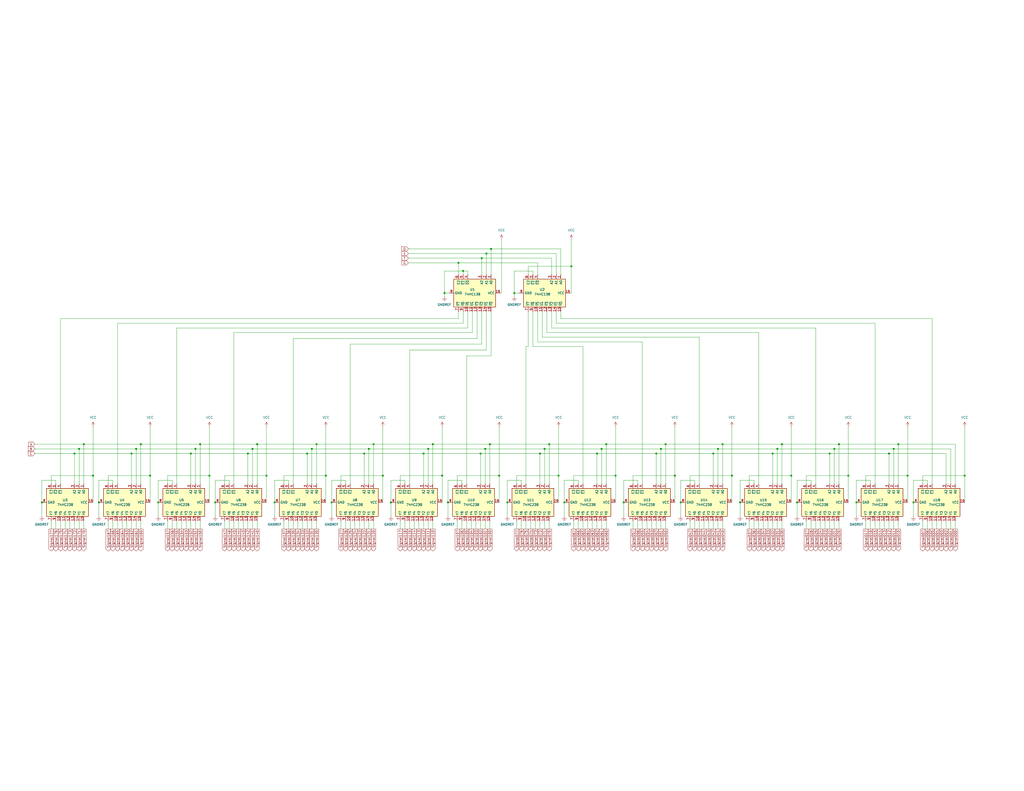
<source format=kicad_sch>
(kicad_sch (version 20230121) (generator eeschema)
  (paper "C")
  (junction (at 81.915 259.715))
  (junction (at 149.86 274.32))
  (junction (at 297.18 245.11))
  (junction (at 307.975 274.32))
  (junction (at 170.18 245.11))
  (junction (at 498.475 274.32))
  (junction (at 135.255 247.65))
  (junction (at 117.475 274.32))
  (junction (at 43.18 245.11))
  (junction (at 71.755 247.65))
  (junction (at 264.795 245.11))
  (junction (at 76.835 242.57))
  (junction (at 426.72 242.57))
  (junction (at 252.73 147.955))
  (junction (at 265.43 138.43))
  (junction (at 272.415 259.715))
  (junction (at 280.67 160.02))
  (junction (at 394.335 242.57))
  (junction (at 104.14 247.65))
  (junction (at 267.335 242.57))
  (junction (at 457.835 242.57))
  (junction (at 325.755 247.65))
  (junction (at 431.8 259.715))
  (junction (at 53.975 274.32))
  (junction (at 299.72 242.57))
  (junction (at 109.22 242.57))
  (junction (at 389.255 247.65))
  (junction (at 74.295 245.11))
  (junction (at 180.975 274.32))
  (junction (at 421.64 247.65))
  (junction (at 231.14 247.65))
  (junction (at 391.795 245.11))
  (junction (at 487.68 245.11))
  (junction (at 244.475 274.32))
  (junction (at 403.86 274.32))
  (junction (at 262.89 140.97))
  (junction (at 208.915 259.715))
  (junction (at 50.8 259.715))
  (junction (at 371.475 274.32))
  (junction (at 106.68 245.11))
  (junction (at 213.36 274.32))
  (junction (at 233.68 245.11))
  (junction (at 86.36 274.32))
  (junction (at 262.255 247.65))
  (junction (at 45.72 242.57))
  (junction (at 167.64 247.65))
  (junction (at 137.795 245.11))
  (junction (at 328.295 245.11))
  (junction (at 40.64 247.65))
  (junction (at 462.915 259.715))
  (junction (at 114.3 259.715))
  (junction (at 311.785 145.415))
  (junction (at 22.86 274.32))
  (junction (at 177.8 259.715))
  (junction (at 360.68 245.11))
  (junction (at 424.18 245.11))
  (junction (at 304.8 259.715))
  (junction (at 495.3 259.715))
  (junction (at 145.415 259.715))
  (junction (at 250.19 143.51))
  (junction (at 452.755 247.65))
  (junction (at 267.97 135.89))
  (junction (at 455.295 245.11))
  (junction (at 201.295 245.11))
  (junction (at 335.915 259.715))
  (junction (at 276.86 274.32))
  (junction (at 236.22 242.57))
  (junction (at 294.64 247.65))
  (junction (at 485.14 247.65))
  (junction (at 340.36 274.32))
  (junction (at 526.415 259.715))
  (junction (at 172.72 242.57))
  (junction (at 358.14 247.65))
  (junction (at 434.975 274.32))
  (junction (at 241.3 259.715))
  (junction (at 330.835 242.57))
  (junction (at 490.22 242.57))
  (junction (at 198.755 247.65))
  (junction (at 140.335 242.57))
  (junction (at 242.57 160.02))
  (junction (at 399.415 259.715))
  (junction (at 203.835 242.57))
  (junction (at 368.3 259.715))
  (junction (at 363.22 242.57))
  (junction (at 467.36 274.32))
  (wire (pts (xy 226.06 288.925) (xy 226.06 284.48)))
  (wire (pts (xy 172.72 242.57) (xy 203.835 242.57)))
  (wire (pts (xy 498.475 262.255) (xy 498.475 274.32)))
  (wire (pts (xy 231.14 247.65) (xy 262.255 247.65)))
  (wire (pts (xy 252.095 288.925) (xy 252.095 284.48)))
  (wire (pts (xy 201.295 288.925) (xy 201.295 284.48)))
  (wire (pts (xy 513.715 288.925) (xy 513.715 284.48)))
  (wire (pts (xy 255.27 170.18) (xy 255.27 179.07)))
  (wire (pts (xy 408.94 288.925) (xy 408.94 284.48)))
  (wire (pts (xy 421.64 247.65) (xy 452.755 247.65)))
  (wire (pts (xy 267.335 242.57) (xy 299.72 242.57)))
  (wire (pts (xy 472.44 288.925) (xy 472.44 284.48)))
  (wire (pts (xy 379.095 262.255) (xy 379.095 264.16)))
  (wire (pts (xy 222.885 140.97) (xy 262.89 140.97)))
  (wire (pts (xy 472.44 264.16) (xy 472.44 259.715)))
  (wire (pts (xy 170.18 264.16) (xy 170.18 245.11)))
  (wire (pts (xy 76.835 242.57) (xy 76.835 264.16)))
  (wire (pts (xy 81.915 259.715) (xy 81.915 274.32)))
  (wire (pts (xy 472.44 259.715) (xy 495.3 259.715)))
  (wire (pts (xy 19.05 247.65) (xy 40.64 247.65)))
  (wire (pts (xy 431.8 259.715) (xy 431.8 274.32)))
  (wire (pts (xy 252.73 147.955) (xy 252.73 149.86)))
  (wire (pts (xy 242.57 147.955) (xy 242.57 160.02)))
  (wire (pts (xy 516.255 288.925) (xy 516.255 284.48)))
  (wire (pts (xy 74.295 264.16) (xy 74.295 245.11)))
  (wire (pts (xy 347.98 262.255) (xy 347.98 264.16)))
  (wire (pts (xy 132.715 288.925) (xy 132.715 284.48)))
  (wire (pts (xy 167.64 264.16) (xy 167.64 247.65)))
  (wire (pts (xy 71.755 247.65) (xy 104.14 247.65)))
  (wire (pts (xy 325.755 247.65) (xy 358.14 247.65)))
  (wire (pts (xy 284.48 262.255) (xy 284.48 264.16)))
  (wire (pts (xy 191.135 187.96) (xy 191.135 264.16)))
  (wire (pts (xy 135.255 247.65) (xy 167.64 247.65)))
  (wire (pts (xy 297.18 245.11) (xy 328.295 245.11)))
  (wire (pts (xy 325.755 247.65) (xy 325.755 264.16)))
  (wire (pts (xy 447.675 288.925) (xy 447.675 284.48)))
  (wire (pts (xy 440.055 288.925) (xy 440.055 284.48)))
  (wire (pts (xy 495.3 259.715) (xy 495.3 274.32)))
  (wire (pts (xy 330.835 264.16) (xy 330.835 242.57)))
  (wire (pts (xy 457.835 242.57) (xy 457.835 264.16)))
  (wire (pts (xy 96.52 179.07) (xy 96.52 264.16)))
  (wire (pts (xy 426.72 242.57) (xy 457.835 242.57)))
  (wire (pts (xy 50.8 259.715) (xy 50.8 274.32)))
  (wire (pts (xy 384.175 288.925) (xy 384.175 284.48)))
  (wire (pts (xy 293.37 186.69) (xy 350.52 186.69)))
  (wire (pts (xy 360.68 264.16) (xy 360.68 245.11)))
  (wire (pts (xy 223.52 191.135) (xy 223.52 264.16)))
  (wire (pts (xy 267.97 170.18) (xy 267.97 194.31)))
  (wire (pts (xy 249.555 259.715) (xy 272.415 259.715)))
  (wire (pts (xy 33.02 288.925) (xy 33.02 284.48)))
  (wire (pts (xy 154.94 259.715) (xy 177.8 259.715)))
  (wire (pts (xy 38.1 288.925) (xy 38.1 284.48)))
  (wire (pts (xy 91.44 259.715) (xy 114.3 259.715)))
  (wire (pts (xy 303.53 176.53) (xy 477.52 176.53)))
  (wire (pts (xy 490.22 242.57) (xy 490.22 264.16)))
  (wire (pts (xy 350.52 288.925) (xy 350.52 284.48)))
  (wire (pts (xy 318.135 288.925) (xy 318.135 284.48)))
  (wire (pts (xy 298.45 181.61) (xy 414.02 181.61)))
  (wire (pts (xy 299.72 242.57) (xy 299.72 264.16)))
  (wire (pts (xy 35.56 288.925) (xy 35.56 284.48)))
  (wire (pts (xy 281.94 259.715) (xy 304.8 259.715)))
  (wire (pts (xy 114.3 233.045) (xy 114.3 259.715)))
  (wire (pts (xy 347.98 262.255) (xy 340.36 262.255)))
  (wire (pts (xy 180.975 274.32) (xy 180.975 281.94)))
  (wire (pts (xy 482.6 288.925) (xy 482.6 284.48)))
  (wire (pts (xy 33.02 173.99) (xy 33.02 264.16)))
  (wire (pts (xy 330.835 288.925) (xy 330.835 284.48)))
  (wire (pts (xy 213.36 274.32) (xy 213.36 281.94)))
  (wire (pts (xy 273.685 160.02) (xy 273.05 160.02)))
  (wire (pts (xy 297.18 264.16) (xy 297.18 245.11)))
  (wire (pts (xy 137.795 288.925) (xy 137.795 284.48)))
  (wire (pts (xy 300.99 170.18) (xy 300.99 179.07)))
  (wire (pts (xy 408.94 259.715) (xy 431.8 259.715)))
  (wire (pts (xy 457.835 242.57) (xy 490.22 242.57)))
  (wire (pts (xy 276.86 274.32) (xy 276.86 281.94)))
  (wire (pts (xy 394.335 264.16) (xy 394.335 242.57)))
  (wire (pts (xy 345.44 259.715) (xy 368.3 259.715)))
  (wire (pts (xy 487.68 245.11) (xy 518.795 245.11)))
  (wire (pts (xy 198.755 288.925) (xy 198.755 284.48)))
  (wire (pts (xy 30.48 262.255) (xy 22.86 262.255)))
  (wire (pts (xy 76.835 288.925) (xy 76.835 284.48)))
  (wire (pts (xy 431.8 233.045) (xy 431.8 259.715)))
  (wire (pts (xy 323.215 288.925) (xy 323.215 284.48)))
  (wire (pts (xy 290.83 189.23) (xy 318.135 189.23)))
  (wire (pts (xy 257.175 288.925) (xy 257.175 284.48)))
  (wire (pts (xy 255.27 149.86) (xy 255.27 147.955)))
  (wire (pts (xy 228.6 288.925) (xy 228.6 284.48)))
  (wire (pts (xy 43.18 245.11) (xy 74.295 245.11)))
  (wire (pts (xy 300.99 179.07) (xy 445.135 179.07)))
  (wire (pts (xy 262.89 187.96) (xy 191.135 187.96)))
  (wire (pts (xy 457.835 288.925) (xy 457.835 284.48)))
  (wire (pts (xy 262.89 149.86) (xy 262.89 140.97)))
  (wire (pts (xy 289.56 288.925) (xy 289.56 284.48)))
  (wire (pts (xy 262.255 264.16) (xy 262.255 247.65)))
  (wire (pts (xy 376.555 259.715) (xy 399.415 259.715)))
  (wire (pts (xy 157.48 262.255) (xy 157.48 264.16)))
  (wire (pts (xy 254.635 194.31) (xy 254.635 264.16)))
  (wire (pts (xy 307.975 262.255) (xy 307.975 274.32)))
  (wire (pts (xy 91.44 264.16) (xy 91.44 259.715)))
  (wire (pts (xy 262.255 288.925) (xy 262.255 284.48)))
  (wire (pts (xy 66.675 288.925) (xy 66.675 284.48)))
  (wire (pts (xy 193.675 288.925) (xy 193.675 284.48)))
  (wire (pts (xy 403.86 262.255) (xy 403.86 274.32)))
  (wire (pts (xy 345.44 288.925) (xy 345.44 284.48)))
  (wire (pts (xy 485.14 288.925) (xy 485.14 284.48)))
  (wire (pts (xy 455.295 245.11) (xy 455.295 264.16)))
  (wire (pts (xy 297.18 288.925) (xy 297.18 284.48)))
  (wire (pts (xy 440.055 259.715) (xy 462.915 259.715)))
  (wire (pts (xy 516.255 247.65) (xy 516.255 264.16)))
  (wire (pts (xy 300.99 140.97) (xy 300.99 149.86)))
  (wire (pts (xy 220.98 262.255) (xy 220.98 264.16)))
  (wire (pts (xy 313.055 264.16) (xy 313.055 259.715)))
  (wire (pts (xy 304.8 259.715) (xy 304.8 274.32)))
  (wire (pts (xy 295.91 184.15) (xy 381.635 184.15)))
  (wire (pts (xy 462.915 233.045) (xy 462.915 259.715)))
  (wire (pts (xy 503.555 259.715) (xy 526.415 259.715)))
  (wire (pts (xy 222.885 135.89) (xy 267.97 135.89)))
  (wire (pts (xy 265.43 170.18) (xy 265.43 191.135)))
  (wire (pts (xy 101.6 288.925) (xy 101.6 284.48)))
  (wire (pts (xy 424.18 245.11) (xy 455.295 245.11)))
  (wire (pts (xy 368.3 233.045) (xy 368.3 259.715)))
  (wire (pts (xy 180.975 262.255) (xy 180.975 274.32)))
  (wire (pts (xy 140.335 242.57) (xy 172.72 242.57)))
  (wire (pts (xy 399.415 233.045) (xy 399.415 259.715)))
  (wire (pts (xy 381.635 288.925) (xy 381.635 284.48)))
  (wire (pts (xy 22.86 262.255) (xy 22.86 274.32)))
  (wire (pts (xy 86.36 274.32) (xy 86.36 281.94)))
  (wire (pts (xy 53.975 262.255) (xy 53.975 274.32)))
  (wire (pts (xy 265.43 138.43) (xy 303.53 138.43)))
  (wire (pts (xy 233.68 245.11) (xy 264.795 245.11)))
  (wire (pts (xy 298.45 170.18) (xy 298.45 181.61)))
  (wire (pts (xy 345.44 264.16) (xy 345.44 259.715)))
  (wire (pts (xy 93.98 288.925) (xy 93.98 284.48)))
  (wire (pts (xy 371.475 262.255) (xy 371.475 274.32)))
  (wire (pts (xy 22.86 274.32) (xy 22.86 281.94)))
  (wire (pts (xy 71.755 247.65) (xy 71.755 264.16)))
  (wire (pts (xy 421.64 247.65) (xy 421.64 264.16)))
  (wire (pts (xy 43.18 288.925) (xy 43.18 284.48)))
  (wire (pts (xy 30.48 262.255) (xy 30.48 264.16)))
  (wire (pts (xy 306.07 173.99) (xy 508.635 173.99)))
  (wire (pts (xy 311.785 130.81) (xy 311.785 145.415)))
  (wire (pts (xy 265.43 149.86) (xy 265.43 138.43)))
  (wire (pts (xy 208.915 259.715) (xy 208.915 274.32)))
  (wire (pts (xy 480.06 288.925) (xy 480.06 284.48)))
  (wire (pts (xy 440.055 264.16) (xy 440.055 259.715)))
  (wire (pts (xy 170.18 245.11) (xy 201.295 245.11)))
  (wire (pts (xy 203.835 264.16) (xy 203.835 242.57)))
  (wire (pts (xy 328.295 245.11) (xy 328.295 264.16)))
  (wire (pts (xy 59.055 288.925) (xy 59.055 284.48)))
  (wire (pts (xy 59.055 259.715) (xy 81.915 259.715)))
  (wire (pts (xy 125.095 288.925) (xy 125.095 284.48)))
  (wire (pts (xy 424.18 245.11) (xy 424.18 264.16)))
  (wire (pts (xy 328.295 245.11) (xy 360.68 245.11)))
  (wire (pts (xy 244.475 274.32) (xy 244.475 281.94)))
  (wire (pts (xy 371.475 274.32) (xy 371.475 281.94)))
  (wire (pts (xy 242.57 160.02) (xy 242.57 161.925)))
  (wire (pts (xy 233.68 264.16) (xy 233.68 245.11)))
  (wire (pts (xy 125.095 262.255) (xy 125.095 264.16)))
  (wire (pts (xy 40.64 247.65) (xy 40.64 264.16)))
  (wire (pts (xy 376.555 288.925) (xy 376.555 284.48)))
  (wire (pts (xy 267.97 135.89) (xy 306.07 135.89)))
  (wire (pts (xy 117.475 274.32) (xy 117.475 281.94)))
  (wire (pts (xy 220.98 262.255) (xy 213.36 262.255)))
  (wire (pts (xy 140.335 288.925) (xy 140.335 284.48)))
  (wire (pts (xy 135.255 264.16) (xy 135.255 247.65)))
  (wire (pts (xy 518.795 288.925) (xy 518.795 284.48)))
  (wire (pts (xy 149.86 274.32) (xy 149.86 281.94)))
  (wire (pts (xy 485.14 247.65) (xy 516.255 247.65)))
  (wire (pts (xy 137.795 245.11) (xy 137.795 264.16)))
  (wire (pts (xy 27.94 259.715) (xy 50.8 259.715)))
  (wire (pts (xy 358.14 288.925) (xy 358.14 284.48)))
  (wire (pts (xy 474.98 288.925) (xy 474.98 284.48)))
  (wire (pts (xy 281.94 288.925) (xy 281.94 284.48)))
  (wire (pts (xy 290.83 170.18) (xy 290.83 189.23)))
  (wire (pts (xy 69.215 288.925) (xy 69.215 284.48)))
  (wire (pts (xy 236.22 288.925) (xy 236.22 284.48)))
  (wire (pts (xy 231.14 288.925) (xy 231.14 284.48)))
  (wire (pts (xy 162.56 288.925) (xy 162.56 284.48)))
  (wire (pts (xy 467.36 262.255) (xy 467.36 274.32)))
  (wire (pts (xy 452.755 264.16) (xy 452.755 247.65)))
  (wire (pts (xy 241.3 259.715) (xy 241.3 274.32)))
  (wire (pts (xy 288.29 189.23) (xy 287.02 189.23)))
  (wire (pts (xy 196.215 288.925) (xy 196.215 284.48)))
  (wire (pts (xy 320.675 288.925) (xy 320.675 284.48)))
  (wire (pts (xy 450.215 288.925) (xy 450.215 284.48)))
  (wire (pts (xy 252.095 262.255) (xy 252.095 264.16)))
  (wire (pts (xy 262.89 140.97) (xy 300.99 140.97)))
  (wire (pts (xy 267.97 149.86) (xy 267.97 135.89)))
  (wire (pts (xy 154.94 264.16) (xy 154.94 259.715)))
  (wire (pts (xy 474.98 262.255) (xy 474.98 264.16)))
  (wire (pts (xy 511.175 288.925) (xy 511.175 284.48)))
  (wire (pts (xy 273.685 130.81) (xy 273.685 160.02)))
  (wire (pts (xy 280.67 160.02) (xy 280.67 161.925)))
  (wire (pts (xy 363.22 264.16) (xy 363.22 242.57)))
  (wire (pts (xy 231.14 264.16) (xy 231.14 247.65)))
  (wire (pts (xy 264.795 245.11) (xy 297.18 245.11)))
  (wire (pts (xy 145.415 233.045) (xy 145.415 259.715)))
  (wire (pts (xy 442.595 288.925) (xy 442.595 284.48)))
  (wire (pts (xy 106.68 288.925) (xy 106.68 284.48)))
  (wire (pts (xy 379.095 262.255) (xy 371.475 262.255)))
  (wire (pts (xy 106.68 245.11) (xy 106.68 264.16)))
  (wire (pts (xy 74.295 245.11) (xy 106.68 245.11)))
  (wire (pts (xy 288.29 149.86) (xy 288.29 145.415)))
  (wire (pts (xy 495.3 233.045) (xy 495.3 259.715)))
  (wire (pts (xy 462.915 259.715) (xy 462.915 274.32)))
  (wire (pts (xy 223.52 288.925) (xy 223.52 284.48)))
  (wire (pts (xy 53.975 274.32) (xy 53.975 281.94)))
  (wire (pts (xy 311.785 145.415) (xy 311.785 160.02)))
  (wire (pts (xy 27.94 288.925) (xy 27.94 284.48)))
  (wire (pts (xy 145.415 259.715) (xy 145.415 274.32)))
  (wire (pts (xy 299.72 288.925) (xy 299.72 284.48)))
  (wire (pts (xy 526.415 259.715) (xy 526.415 274.32)))
  (wire (pts (xy 267.335 264.16) (xy 267.335 242.57)))
  (wire (pts (xy 140.335 264.16) (xy 140.335 242.57)))
  (wire (pts (xy 389.255 288.925) (xy 389.255 284.48)))
  (wire (pts (xy 295.91 170.18) (xy 295.91 184.15)))
  (wire (pts (xy 149.86 262.255) (xy 149.86 274.32)))
  (wire (pts (xy 250.19 173.99) (xy 33.02 173.99)))
  (wire (pts (xy 236.22 242.57) (xy 236.22 264.16)))
  (wire (pts (xy 208.915 233.045) (xy 208.915 259.715)))
  (wire (pts (xy 267.335 288.925) (xy 267.335 284.48)))
  (wire (pts (xy 254.635 288.925) (xy 254.635 284.48)))
  (wire (pts (xy 91.44 288.925) (xy 91.44 284.48)))
  (wire (pts (xy 127.635 288.925) (xy 127.635 284.48)))
  (wire (pts (xy 61.595 262.255) (xy 61.595 264.16)))
  (wire (pts (xy 188.595 262.255) (xy 188.595 264.16)))
  (wire (pts (xy 442.595 262.255) (xy 442.595 264.16)))
  (wire (pts (xy 408.94 264.16) (xy 408.94 259.715)))
  (wire (pts (xy 19.05 245.11) (xy 43.18 245.11)))
  (wire (pts (xy 165.1 288.925) (xy 165.1 284.48)))
  (wire (pts (xy 455.295 288.925) (xy 455.295 284.48)))
  (wire (pts (xy 506.095 262.255) (xy 498.475 262.255)))
  (wire (pts (xy 264.795 245.11) (xy 264.795 264.16)))
  (wire (pts (xy 307.975 274.32) (xy 307.975 281.94)))
  (wire (pts (xy 252.095 262.255) (xy 244.475 262.255)))
  (wire (pts (xy 27.94 264.16) (xy 27.94 259.715)))
  (wire (pts (xy 358.14 264.16) (xy 358.14 247.65)))
  (wire (pts (xy 109.22 242.57) (xy 140.335 242.57)))
  (wire (pts (xy 294.64 264.16) (xy 294.64 247.65)))
  (wire (pts (xy 137.795 245.11) (xy 170.18 245.11)))
  (wire (pts (xy 125.095 262.255) (xy 117.475 262.255)))
  (wire (pts (xy 399.415 259.715) (xy 399.415 274.32)))
  (wire (pts (xy 325.755 288.925) (xy 325.755 284.48)))
  (wire (pts (xy 485.14 247.65) (xy 485.14 264.16)))
  (wire (pts (xy 424.18 288.925) (xy 424.18 284.48)))
  (wire (pts (xy 394.335 288.925) (xy 394.335 284.48)))
  (wire (pts (xy 508.635 288.925) (xy 508.635 284.48)))
  (wire (pts (xy 452.755 288.925) (xy 452.755 284.48)))
  (wire (pts (xy 267.97 194.31) (xy 254.635 194.31)))
  (wire (pts (xy 328.295 288.925) (xy 328.295 284.48)))
  (wire (pts (xy 99.06 288.925) (xy 99.06 284.48)))
  (wire (pts (xy 170.18 288.925) (xy 170.18 284.48)))
  (wire (pts (xy 177.8 233.045) (xy 177.8 259.715)))
  (wire (pts (xy 252.73 176.53) (xy 64.135 176.53)))
  (wire (pts (xy 59.055 264.16) (xy 59.055 259.715)))
  (wire (pts (xy 255.27 179.07) (xy 96.52 179.07)))
  (wire (pts (xy 445.135 288.925) (xy 445.135 284.48)))
  (wire (pts (xy 445.135 179.07) (xy 445.135 264.16)))
  (wire (pts (xy 508.635 173.99) (xy 508.635 264.16)))
  (wire (pts (xy 292.1 288.925) (xy 292.1 284.48)))
  (wire (pts (xy 490.22 288.925) (xy 490.22 284.48)))
  (wire (pts (xy 376.555 264.16) (xy 376.555 259.715)))
  (wire (pts (xy 421.64 288.925) (xy 421.64 284.48)))
  (wire (pts (xy 61.595 288.925) (xy 61.595 284.48)))
  (wire (pts (xy 255.27 147.955) (xy 252.73 147.955)))
  (wire (pts (xy 426.72 288.925) (xy 426.72 284.48)))
  (wire (pts (xy 81.915 233.045) (xy 81.915 259.715)))
  (wire (pts (xy 160.02 184.785) (xy 160.02 264.16)))
  (wire (pts (xy 45.72 242.57) (xy 45.72 264.16)))
  (wire (pts (xy 477.52 176.53) (xy 477.52 264.16)))
  (wire (pts (xy 426.72 242.57) (xy 426.72 264.16)))
  (wire (pts (xy 434.975 274.32) (xy 434.975 281.94)))
  (wire (pts (xy 122.555 259.715) (xy 145.415 259.715)))
  (wire (pts (xy 106.68 245.11) (xy 137.795 245.11)))
  (wire (pts (xy 518.795 264.16) (xy 518.795 245.11)))
  (wire (pts (xy 93.98 262.255) (xy 86.36 262.255)))
  (wire (pts (xy 381.635 184.15) (xy 381.635 264.16)))
  (wire (pts (xy 213.36 262.255) (xy 213.36 274.32)))
  (wire (pts (xy 201.295 245.11) (xy 233.68 245.11)))
  (wire (pts (xy 521.335 288.925) (xy 521.335 284.48)))
  (wire (pts (xy 294.64 288.925) (xy 294.64 284.48)))
  (wire (pts (xy 218.44 288.925) (xy 218.44 284.48)))
  (wire (pts (xy 19.05 242.57) (xy 45.72 242.57)))
  (wire (pts (xy 201.295 245.11) (xy 201.295 264.16)))
  (wire (pts (xy 45.72 242.57) (xy 76.835 242.57)))
  (wire (pts (xy 104.14 247.65) (xy 135.255 247.65)))
  (wire (pts (xy 167.64 247.65) (xy 198.755 247.65)))
  (wire (pts (xy 360.68 245.11) (xy 391.795 245.11)))
  (wire (pts (xy 363.22 242.57) (xy 394.335 242.57)))
  (wire (pts (xy 299.72 242.57) (xy 330.835 242.57)))
  (wire (pts (xy 386.715 288.925) (xy 386.715 284.48)))
  (wire (pts (xy 306.07 170.18) (xy 306.07 173.99)))
  (wire (pts (xy 288.29 145.415) (xy 311.785 145.415)))
  (wire (pts (xy 290.83 147.955) (xy 280.67 147.955)))
  (wire (pts (xy 114.3 259.715) (xy 114.3 274.32)))
  (wire (pts (xy 250.19 170.18) (xy 250.19 173.99)))
  (wire (pts (xy 250.19 143.51) (xy 250.19 149.86)))
  (wire (pts (xy 340.36 274.32) (xy 340.36 281.94)))
  (wire (pts (xy 287.02 288.925) (xy 287.02 284.48)))
  (wire (pts (xy 403.86 274.32) (xy 403.86 281.94)))
  (wire (pts (xy 368.3 259.715) (xy 368.3 274.32)))
  (wire (pts (xy 45.72 288.925) (xy 45.72 284.48)))
  (wire (pts (xy 416.56 288.925) (xy 416.56 284.48)))
  (wire (pts (xy 335.915 259.715) (xy 335.915 274.32)))
  (wire (pts (xy 303.53 138.43) (xy 303.53 149.86)))
  (wire (pts (xy 272.415 233.045) (xy 272.415 259.715)))
  (wire (pts (xy 236.22 242.57) (xy 267.335 242.57)))
  (wire (pts (xy 262.89 170.18) (xy 262.89 187.96)))
  (wire (pts (xy 276.86 262.255) (xy 276.86 274.32)))
  (wire (pts (xy 503.555 264.16) (xy 503.555 259.715)))
  (wire (pts (xy 487.68 288.925) (xy 487.68 284.48)))
  (wire (pts (xy 241.3 233.045) (xy 241.3 259.715)))
  (wire (pts (xy 43.18 245.11) (xy 43.18 264.16)))
  (wire (pts (xy 394.335 242.57) (xy 426.72 242.57)))
  (wire (pts (xy 198.755 247.65) (xy 198.755 264.16)))
  (wire (pts (xy 186.055 259.715) (xy 208.915 259.715)))
  (wire (pts (xy 191.135 288.925) (xy 191.135 284.48)))
  (wire (pts (xy 521.335 242.57) (xy 521.335 264.16)))
  (wire (pts (xy 304.8 233.045) (xy 304.8 259.715)))
  (wire (pts (xy 160.02 288.925) (xy 160.02 284.48)))
  (wire (pts (xy 265.43 191.135) (xy 223.52 191.135)))
  (wire (pts (xy 313.055 259.715) (xy 335.915 259.715)))
  (wire (pts (xy 272.415 259.715) (xy 272.415 274.32)))
  (wire (pts (xy 244.475 262.255) (xy 244.475 274.32)))
  (wire (pts (xy 220.98 288.925) (xy 220.98 284.48)))
  (wire (pts (xy 506.095 262.255) (xy 506.095 264.16)))
  (wire (pts (xy 172.72 288.925) (xy 172.72 284.48)))
  (wire (pts (xy 467.36 274.32) (xy 467.36 281.94)))
  (wire (pts (xy 340.36 262.255) (xy 340.36 274.32)))
  (wire (pts (xy 127.635 181.61) (xy 127.635 264.16)))
  (wire (pts (xy 40.64 288.925) (xy 40.64 284.48)))
  (wire (pts (xy 188.595 262.255) (xy 180.975 262.255)))
  (wire (pts (xy 414.02 288.925) (xy 414.02 284.48)))
  (wire (pts (xy 249.555 264.16) (xy 249.555 259.715)))
  (wire (pts (xy 260.35 170.18) (xy 260.35 184.785)))
  (wire (pts (xy 411.48 288.925) (xy 411.48 284.48)))
  (wire (pts (xy 315.595 262.255) (xy 315.595 264.16)))
  (wire (pts (xy 188.595 288.925) (xy 188.595 284.48)))
  (wire (pts (xy 498.475 274.32) (xy 498.475 281.94)))
  (wire (pts (xy 287.02 189.23) (xy 287.02 264.16)))
  (wire (pts (xy 353.06 288.925) (xy 353.06 284.48)))
  (wire (pts (xy 506.095 288.925) (xy 506.095 284.48)))
  (wire (pts (xy 419.1 288.925) (xy 419.1 284.48)))
  (wire (pts (xy 157.48 288.925) (xy 157.48 284.48)))
  (wire (pts (xy 40.64 247.65) (xy 71.755 247.65)))
  (wire (pts (xy 283.21 160.02) (xy 280.67 160.02)))
  (wire (pts (xy 306.07 135.89) (xy 306.07 149.86)))
  (wire (pts (xy 86.36 262.255) (xy 86.36 274.32)))
  (wire (pts (xy 391.795 245.11) (xy 424.18 245.11)))
  (wire (pts (xy 186.055 288.925) (xy 186.055 284.48)))
  (wire (pts (xy 74.295 288.925) (xy 74.295 284.48)))
  (wire (pts (xy 157.48 262.255) (xy 149.86 262.255)))
  (wire (pts (xy 280.67 147.955) (xy 280.67 160.02)))
  (wire (pts (xy 414.02 181.61) (xy 414.02 264.16)))
  (wire (pts (xy 130.175 288.925) (xy 130.175 284.48)))
  (wire (pts (xy 360.68 288.925) (xy 360.68 284.48)))
  (wire (pts (xy 434.975 262.255) (xy 434.975 274.32)))
  (wire (pts (xy 93.98 262.255) (xy 93.98 264.16)))
  (wire (pts (xy 294.64 247.65) (xy 325.755 247.65)))
  (wire (pts (xy 260.35 184.785) (xy 160.02 184.785)))
  (wire (pts (xy 233.68 288.925) (xy 233.68 284.48)))
  (wire (pts (xy 503.555 288.925) (xy 503.555 284.48)))
  (wire (pts (xy 411.48 262.255) (xy 411.48 264.16)))
  (wire (pts (xy 117.475 262.255) (xy 117.475 274.32)))
  (wire (pts (xy 389.255 247.65) (xy 389.255 264.16)))
  (wire (pts (xy 104.14 288.925) (xy 104.14 284.48)))
  (wire (pts (xy 122.555 288.925) (xy 122.555 284.48)))
  (wire (pts (xy 252.73 147.955) (xy 242.57 147.955)))
  (wire (pts (xy 50.8 233.045) (xy 50.8 259.715)))
  (wire (pts (xy 30.48 288.925) (xy 30.48 284.48)))
  (wire (pts (xy 252.73 170.18) (xy 252.73 176.53)))
  (wire (pts (xy 335.915 233.045) (xy 335.915 259.715)))
  (wire (pts (xy 455.295 245.11) (xy 487.68 245.11)))
  (wire (pts (xy 64.135 288.925) (xy 64.135 284.48)))
  (wire (pts (xy 222.885 138.43) (xy 265.43 138.43)))
  (wire (pts (xy 315.595 262.255) (xy 307.975 262.255)))
  (wire (pts (xy 257.81 181.61) (xy 127.635 181.61)))
  (wire (pts (xy 452.755 247.65) (xy 485.14 247.65)))
  (wire (pts (xy 442.595 262.255) (xy 434.975 262.255)))
  (wire (pts (xy 474.98 262.255) (xy 467.36 262.255)))
  (wire (pts (xy 355.6 288.925) (xy 355.6 284.48)))
  (wire (pts (xy 350.52 186.69) (xy 350.52 264.16)))
  (wire (pts (xy 288.29 170.18) (xy 288.29 189.23)))
  (wire (pts (xy 311.785 160.02) (xy 311.15 160.02)))
  (wire (pts (xy 64.135 176.53) (xy 64.135 264.16)))
  (wire (pts (xy 411.48 262.255) (xy 403.86 262.255)))
  (wire (pts (xy 218.44 259.715) (xy 241.3 259.715)))
  (wire (pts (xy 122.555 264.16) (xy 122.555 259.715)))
  (wire (pts (xy 135.255 288.925) (xy 135.255 284.48)))
  (wire (pts (xy 71.755 288.925) (xy 71.755 284.48)))
  (wire (pts (xy 76.835 242.57) (xy 109.22 242.57)))
  (wire (pts (xy 245.11 160.02) (xy 242.57 160.02)))
  (wire (pts (xy 104.14 247.65) (xy 104.14 264.16)))
  (wire (pts (xy 315.595 288.925) (xy 315.595 284.48)))
  (wire (pts (xy 389.255 247.65) (xy 421.64 247.65)))
  (wire (pts (xy 109.22 264.16) (xy 109.22 242.57)))
  (wire (pts (xy 222.885 143.51) (xy 250.19 143.51)))
  (wire (pts (xy 290.83 147.955) (xy 290.83 149.86)))
  (wire (pts (xy 391.795 288.925) (xy 391.795 284.48)))
  (wire (pts (xy 293.37 149.86) (xy 293.37 143.51)))
  (wire (pts (xy 249.555 288.925) (xy 249.555 284.48)))
  (wire (pts (xy 363.22 288.925) (xy 363.22 284.48)))
  (wire (pts (xy 177.8 259.715) (xy 177.8 274.32)))
  (wire (pts (xy 330.835 242.57) (xy 363.22 242.57)))
  (wire (pts (xy 264.795 288.925) (xy 264.795 284.48)))
  (wire (pts (xy 109.22 288.925) (xy 109.22 284.48)))
  (wire (pts (xy 358.14 247.65) (xy 389.255 247.65)))
  (wire (pts (xy 284.48 288.925) (xy 284.48 284.48)))
  (wire (pts (xy 347.98 288.925) (xy 347.98 284.48)))
  (wire (pts (xy 257.81 170.18) (xy 257.81 181.61)))
  (wire (pts (xy 379.095 288.925) (xy 379.095 284.48)))
  (wire (pts (xy 526.415 233.045) (xy 526.415 259.715)))
  (wire (pts (xy 313.055 288.925) (xy 313.055 284.48)))
  (wire (pts (xy 391.795 245.11) (xy 391.795 264.16)))
  (wire (pts (xy 203.835 288.925) (xy 203.835 284.48)))
  (wire (pts (xy 96.52 288.925) (xy 96.52 284.48)))
  (wire (pts (xy 186.055 264.16) (xy 186.055 259.715)))
  (wire (pts (xy 477.52 288.925) (xy 477.52 284.48)))
  (wire (pts (xy 490.22 242.57) (xy 521.335 242.57)))
  (wire (pts (xy 198.755 247.65) (xy 231.14 247.65)))
  (wire (pts (xy 303.53 170.18) (xy 303.53 176.53)))
  (wire (pts (xy 262.255 247.65) (xy 294.64 247.65)))
  (wire (pts (xy 293.37 170.18) (xy 293.37 186.69)))
  (wire (pts (xy 172.72 264.16) (xy 172.72 242.57)))
  (wire (pts (xy 154.94 288.925) (xy 154.94 284.48)))
  (wire (pts (xy 218.44 264.16) (xy 218.44 259.715)))
  (wire (pts (xy 281.94 264.16) (xy 281.94 259.715)))
  (wire (pts (xy 203.835 242.57) (xy 236.22 242.57)))
  (wire (pts (xy 259.715 288.925) (xy 259.715 284.48)))
  (wire (pts (xy 487.68 264.16) (xy 487.68 245.11)))
  (wire (pts (xy 284.48 262.255) (xy 276.86 262.255)))
  (wire (pts (xy 61.595 262.255) (xy 53.975 262.255)))
  (wire (pts (xy 293.37 143.51) (xy 250.19 143.51)))
  (wire (pts (xy 167.64 288.925) (xy 167.64 284.48)))
  (wire (pts (xy 318.135 189.23) (xy 318.135 264.16)))
  (global_label "Signal142" (shape output) (at 135.255 288.925 270) (property "Intersheetrefs" "${INTERSHEET_REFS}" (effects hide)))
  (global_label "Signal136" (shape output) (at 157.48 288.925 270) (property "Intersheetrefs" "${INTERSHEET_REFS}" (effects hide)))
  (global_label "Signal020" (shape output) (at 457.835 288.925 270) (property "Intersheetrefs" "${INTERSHEET_REFS}" (effects hide)))
  (global_label "Signal152" (shape output) (at 104.14 288.925 270) (property "Intersheetrefs" "${INTERSHEET_REFS}" (effects hide)))
  (global_label "Signal077" (shape output) (at 281.94 288.925 270) (property "Intersheetrefs" "${INTERSHEET_REFS}" (effects hide)))
  (global_label "Signal024" (shape output) (at 447.675 288.925 270) (property "Intersheetrefs" "${INTERSHEET_REFS}" (effects hide)))
  (global_label "Signal067" (shape output) (at 313.055 288.925 270) (property "Intersheetrefs" "${INTERSHEET_REFS}" (effects hide)))
  (global_label "Signal161" (shape output) (at 74.295 288.925 270) (property "Intersheetrefs" "${INTERSHEET_REFS}" (effects hide)))
  (global_label "Signal164" (shape output) (at 66.675 288.925 270) (property "Intersheetrefs" "${INTERSHEET_REFS}" (effects hide)))
  (global_label "Signal175" (shape output) (at 33.02 288.925 270) (property "Intersheetrefs" "${INTERSHEET_REFS}" (effects hide)))
  (global_label "Signal162" (shape output) (at 71.755 288.925 270) (property "Intersheetrefs" "${INTERSHEET_REFS}" (effects hide)))
  (global_label "Signal057" (shape output) (at 345.44 288.925 270) (property "Intersheetrefs" "${INTERSHEET_REFS}" (effects hide)))
  (global_label "Signal051" (shape output) (at 360.68 288.925 270) (property "Intersheetrefs" "${INTERSHEET_REFS}" (effects hide)))
  (global_label "Signal165" (shape output) (at 64.135 288.925 270) (property "Intersheetrefs" "${INTERSHEET_REFS}" (effects hide)))
  (global_label "Signal172" (shape output) (at 40.64 288.925 270) (property "Intersheetrefs" "${INTERSHEET_REFS}" (effects hide)))
  (global_label "Signal105" (shape output) (at 254.635 288.925 270) (property "Intersheetrefs" "${INTERSHEET_REFS}" (effects hide)))
  (global_label "Signal074" (shape output) (at 289.56 288.925 270) (property "Intersheetrefs" "${INTERSHEET_REFS}" (effects hide)))
  (global_label "Signal072" (shape output) (at 294.64 288.925 270) (property "Intersheetrefs" "${INTERSHEET_REFS}" (effects hide)))
  (global_label "Signal157" (shape output) (at 91.44 288.925 270) (property "Intersheetrefs" "${INTERSHEET_REFS}" (effects hide)))
  (global_label "D" (shape input) (at 222.885 135.89 180) (property "Intersheetrefs" "${INTERSHEET_REFS}" (effects hide)))
  (global_label "Signal101" (shape output) (at 264.795 288.925 270) (property "Intersheetrefs" "${INTERSHEET_REFS}" (effects hide)))
  (global_label "Signal153" (shape output) (at 101.6 288.925 270) (property "Intersheetrefs" "${INTERSHEET_REFS}" (effects hide)))
  (global_label "Signal102" (shape output) (at 262.255 288.925 270) (property "Intersheetrefs" "${INTERSHEET_REFS}" (effects hide)))
  (global_label "B" (shape input) (at 19.05 245.11 180) (property "Intersheetrefs" "${INTERSHEET_REFS}" (effects hide)))
  (global_label "Signal147" (shape output) (at 122.555 288.925 270) (property "Intersheetrefs" "${INTERSHEET_REFS}" (effects hide)))
  (global_label "Signal150" (shape output) (at 109.22 288.925 270) (property "Intersheetrefs" "${INTERSHEET_REFS}" (effects hide)))
  (global_label "Signal166" (shape output) (at 61.595 288.925 270) (property "Intersheetrefs" "${INTERSHEET_REFS}" (effects hide)))
  (global_label "Signal013" (shape output) (at 482.6 288.925 270) (property "Intersheetrefs" "${INTERSHEET_REFS}" (effects hide)))
  (global_label "Signal076" (shape output) (at 284.48 288.925 270) (property "Intersheetrefs" "${INTERSHEET_REFS}" (effects hide)))
  (global_label "Signal134" (shape output) (at 162.56 288.925 270) (property "Intersheetrefs" "${INTERSHEET_REFS}" (effects hide)))
  (global_label "Signal035" (shape output) (at 414.02 288.925 270) (property "Intersheetrefs" "${INTERSHEET_REFS}" (effects hide)))
  (global_label "Signal033" (shape output) (at 419.1 288.925 270) (property "Intersheetrefs" "${INTERSHEET_REFS}" (effects hide)))
  (global_label "Signal125" (shape output) (at 191.135 288.925 270) (property "Intersheetrefs" "${INTERSHEET_REFS}" (effects hide)))
  (global_label "Signal014" (shape output) (at 480.06 288.925 270) (property "Intersheetrefs" "${INTERSHEET_REFS}" (effects hide)))
  (global_label "Signal111" (shape output) (at 233.68 288.925 270) (property "Intersheetrefs" "${INTERSHEET_REFS}" (effects hide)))
  (global_label "Signal000" (shape output) (at 521.335 288.925 270) (property "Intersheetrefs" "${INTERSHEET_REFS}" (effects hide)))
  (global_label "Signal056" (shape output) (at 347.98 288.925 270) (property "Intersheetrefs" "${INTERSHEET_REFS}" (effects hide)))
  (global_label "Signal064" (shape output) (at 320.675 288.925 270) (property "Intersheetrefs" "${INTERSHEET_REFS}" (effects hide)))
  (global_label "Signal002" (shape output) (at 516.255 288.925 270) (property "Intersheetrefs" "${INTERSHEET_REFS}" (effects hide)))
  (global_label "Signal016" (shape output) (at 474.98 288.925 270) (property "Intersheetrefs" "${INTERSHEET_REFS}" (effects hide)))
  (global_label "Signal143" (shape output) (at 132.715 288.925 270) (property "Intersheetrefs" "${INTERSHEET_REFS}" (effects hide)))
  (global_label "Signal156" (shape output) (at 93.98 288.925 270) (property "Intersheetrefs" "${INTERSHEET_REFS}" (effects hide)))
  (global_label "Signal047" (shape output) (at 376.555 288.925 270) (property "Intersheetrefs" "${INTERSHEET_REFS}" (effects hide)))
  (global_label "Signal062" (shape output) (at 325.755 288.925 270) (property "Intersheetrefs" "${INTERSHEET_REFS}" (effects hide)))
  (global_label "Signal045" (shape output) (at 381.635 288.925 270) (property "Intersheetrefs" "${INTERSHEET_REFS}" (effects hide)))
  (global_label "Signal030" (shape output) (at 426.72 288.925 270) (property "Intersheetrefs" "${INTERSHEET_REFS}" (effects hide)))
  (global_label "Signal177" (shape output) (at 27.94 288.925 270) (property "Intersheetrefs" "${INTERSHEET_REFS}" (effects hide)))
  (global_label "Signal017" (shape output) (at 472.44 288.925 270) (property "Intersheetrefs" "${INTERSHEET_REFS}" (effects hide)))
  (global_label "Signal005" (shape output) (at 508.635 288.925 270) (property "Intersheetrefs" "${INTERSHEET_REFS}" (effects hide)))
  (global_label "C" (shape input) (at 19.05 247.65 180) (property "Intersheetrefs" "${INTERSHEET_REFS}" (effects hide)))
  (global_label "Signal026" (shape output) (at 442.595 288.925 270) (property "Intersheetrefs" "${INTERSHEET_REFS}" (effects hide)))
  (global_label "Signal112" (shape output) (at 231.14 288.925 270) (property "Intersheetrefs" "${INTERSHEET_REFS}" (effects hide)))
  (global_label "Signal135" (shape output) (at 160.02 288.925 270) (property "Intersheetrefs" "${INTERSHEET_REFS}" (effects hide)))
  (global_label "Signal004" (shape output) (at 511.175 288.925 270) (property "Intersheetrefs" "${INTERSHEET_REFS}" (effects hide)))
  (global_label "Signal174" (shape output) (at 35.56 288.925 270) (property "Intersheetrefs" "${INTERSHEET_REFS}" (effects hide)))
  (global_label "Signal070" (shape output) (at 299.72 288.925 270) (property "Intersheetrefs" "${INTERSHEET_REFS}" (effects hide)))
  (global_label "Signal050" (shape output) (at 363.22 288.925 270) (property "Intersheetrefs" "${INTERSHEET_REFS}" (effects hide)))
  (global_label "Signal144" (shape output) (at 130.175 288.925 270) (property "Intersheetrefs" "${INTERSHEET_REFS}" (effects hide)))
  (global_label "Signal053" (shape output) (at 355.6 288.925 270) (property "Intersheetrefs" "${INTERSHEET_REFS}" (effects hide)))
  (global_label "Signal054" (shape output) (at 353.06 288.925 270) (property "Intersheetrefs" "${INTERSHEET_REFS}" (effects hide)))
  (global_label "Signal075" (shape output) (at 287.02 288.925 270) (property "Intersheetrefs" "${INTERSHEET_REFS}" (effects hide)))
  (global_label "Signal116" (shape output) (at 220.98 288.925 270) (property "Intersheetrefs" "${INTERSHEET_REFS}" (effects hide)))
  (global_label "Signal127" (shape output) (at 186.055 288.925 270) (property "Intersheetrefs" "${INTERSHEET_REFS}" (effects hide)))
  (global_label "A" (shape input) (at 19.05 242.57 180) (property "Intersheetrefs" "${INTERSHEET_REFS}" (effects hide)))
  (global_label "Signal006" (shape output) (at 506.095 288.925 270) (property "Intersheetrefs" "${INTERSHEET_REFS}" (effects hide)))
  (global_label "Signal073" (shape output) (at 292.1 288.925 270) (property "Intersheetrefs" "${INTERSHEET_REFS}" (effects hide)))
  (global_label "Signal041" (shape output) (at 391.795 288.925 270) (property "Intersheetrefs" "${INTERSHEET_REFS}" (effects hide)))
  (global_label "Signal071" (shape output) (at 297.18 288.925 270) (property "Intersheetrefs" "${INTERSHEET_REFS}" (effects hide)))
  (global_label "Signal123" (shape output) (at 196.215 288.925 270) (property "Intersheetrefs" "${INTERSHEET_REFS}" (effects hide)))
  (global_label "Signal121" (shape output) (at 201.295 288.925 270) (property "Intersheetrefs" "${INTERSHEET_REFS}" (effects hide)))
  (global_label "Signal114" (shape output) (at 226.06 288.925 270) (property "Intersheetrefs" "${INTERSHEET_REFS}" (effects hide)))
  (global_label "Signal124" (shape output) (at 193.675 288.925 270) (property "Intersheetrefs" "${INTERSHEET_REFS}" (effects hide)))
  (global_label "Signal036" (shape output) (at 411.48 288.925 270) (property "Intersheetrefs" "${INTERSHEET_REFS}" (effects hide)))
  (global_label "Signal146" (shape output) (at 125.095 288.925 270) (property "Intersheetrefs" "${INTERSHEET_REFS}" (effects hide)))
  (global_label "Signal163" (shape output) (at 69.215 288.925 270) (property "Intersheetrefs" "${INTERSHEET_REFS}" (effects hide)))
  (global_label "Signal141" (shape output) (at 137.795 288.925 270) (property "Intersheetrefs" "${INTERSHEET_REFS}" (effects hide)))
  (global_label "Signal137" (shape output) (at 154.94 288.925 270) (property "Intersheetrefs" "${INTERSHEET_REFS}" (effects hide)))
  (global_label "Signal044" (shape output) (at 384.175 288.925 270) (property "Intersheetrefs" "${INTERSHEET_REFS}" (effects hide)))
  (global_label "Signal140" (shape output) (at 140.335 288.925 270) (property "Intersheetrefs" "${INTERSHEET_REFS}" (effects hide)))
  (global_label "Signal043" (shape output) (at 386.715 288.925 270) (property "Intersheetrefs" "${INTERSHEET_REFS}" (effects hide)))
  (global_label "Signal110" (shape output) (at 236.22 288.925 270) (property "Intersheetrefs" "${INTERSHEET_REFS}" (effects hide)))
  (global_label "Signal003" (shape output) (at 513.715 288.925 270) (property "Intersheetrefs" "${INTERSHEET_REFS}" (effects hide)))
  (global_label "Signal011" (shape output) (at 487.68 288.925 270) (property "Intersheetrefs" "${INTERSHEET_REFS}" (effects hide)))
  (global_label "Signal154" (shape output) (at 99.06 288.925 270) (property "Intersheetrefs" "${INTERSHEET_REFS}" (effects hide)))
  (global_label "Signal100" (shape output) (at 267.335 288.925 270) (property "Intersheetrefs" "${INTERSHEET_REFS}" (effects hide)))
  (global_label "Signal025" (shape output) (at 445.135 288.925 270) (property "Intersheetrefs" "${INTERSHEET_REFS}" (effects hide)))
  (global_label "Signal031" (shape output) (at 424.18 288.925 270) (property "Intersheetrefs" "${INTERSHEET_REFS}" (effects hide)))
  (global_label "F" (shape input) (at 222.885 140.97 180) (property "Intersheetrefs" "${INTERSHEET_REFS}" (effects hide)))
  (global_label "Signal170" (shape output) (at 45.72 288.925 270) (property "Intersheetrefs" "${INTERSHEET_REFS}" (effects hide)))
  (global_label "Signal022" (shape output) (at 452.755 288.925 270) (property "Intersheetrefs" "${INTERSHEET_REFS}" (effects hide)))
  (global_label "Signal173" (shape output) (at 38.1 288.925 270) (property "Intersheetrefs" "${INTERSHEET_REFS}" (effects hide)))
  (global_label "Signal015" (shape output) (at 477.52 288.925 270) (property "Intersheetrefs" "${INTERSHEET_REFS}" (effects hide)))
  (global_label "Signal130" (shape output) (at 172.72 288.925 270) (property "Intersheetrefs" "${INTERSHEET_REFS}" (effects hide)))
  (global_label "Signal007" (shape output) (at 503.555 288.925 270) (property "Intersheetrefs" "${INTERSHEET_REFS}" (effects hide)))
  (global_label "Signal113" (shape output) (at 228.6 288.925 270) (property "Intersheetrefs" "${INTERSHEET_REFS}" (effects hide)))
  (global_label "Signal063" (shape output) (at 323.215 288.925 270) (property "Intersheetrefs" "${INTERSHEET_REFS}" (effects hide)))
  (global_label "Signal106" (shape output) (at 252.095 288.925 270) (property "Intersheetrefs" "${INTERSHEET_REFS}" (effects hide)))
  (global_label "Signal104" (shape output) (at 257.175 288.925 270) (property "Intersheetrefs" "${INTERSHEET_REFS}" (effects hide)))
  (global_label "Signal046" (shape output) (at 379.095 288.925 270) (property "Intersheetrefs" "${INTERSHEET_REFS}" (effects hide)))
  (global_label "Signal131" (shape output) (at 170.18 288.925 270) (property "Intersheetrefs" "${INTERSHEET_REFS}" (effects hide)))
  (global_label "Signal061" (shape output) (at 328.295 288.925 270) (property "Intersheetrefs" "${INTERSHEET_REFS}" (effects hide)))
  (global_label "Signal126" (shape output) (at 188.595 288.925 270) (property "Intersheetrefs" "${INTERSHEET_REFS}" (effects hide)))
  (global_label "G" (shape input) (at 222.885 143.51 180) (property "Intersheetrefs" "${INTERSHEET_REFS}" (effects hide)))
  (global_label "Signal065" (shape output) (at 318.135 288.925 270) (property "Intersheetrefs" "${INTERSHEET_REFS}" (effects hide)))
  (global_label "Signal122" (shape output) (at 198.755 288.925 270) (property "Intersheetrefs" "${INTERSHEET_REFS}" (effects hide)))
  (global_label "Signal103" (shape output) (at 259.715 288.925 270) (property "Intersheetrefs" "${INTERSHEET_REFS}" (effects hide)))
  (global_label "Signal160" (shape output) (at 76.835 288.925 270) (property "Intersheetrefs" "${INTERSHEET_REFS}" (effects hide)))
  (global_label "E" (shape input) (at 222.885 138.43 180) (property "Intersheetrefs" "${INTERSHEET_REFS}" (effects hide)))
  (global_label "Signal034" (shape output) (at 416.56 288.925 270) (property "Intersheetrefs" "${INTERSHEET_REFS}" (effects hide)))
  (global_label "Signal117" (shape output) (at 218.44 288.925 270) (property "Intersheetrefs" "${INTERSHEET_REFS}" (effects hide)))
  (global_label "Signal042" (shape output) (at 389.255 288.925 270) (property "Intersheetrefs" "${INTERSHEET_REFS}" (effects hide)))
  (global_label "Signal176" (shape output) (at 30.48 288.925 270) (property "Intersheetrefs" "${INTERSHEET_REFS}" (effects hide)))
  (global_label "Signal012" (shape output) (at 485.14 288.925 270) (property "Intersheetrefs" "${INTERSHEET_REFS}" (effects hide)))
  (global_label "Signal023" (shape output) (at 450.215 288.925 270) (property "Intersheetrefs" "${INTERSHEET_REFS}" (effects hide)))
  (global_label "Signal066" (shape output) (at 315.595 288.925 270) (property "Intersheetrefs" "${INTERSHEET_REFS}" (effects hide)))
  (global_label "Signal037" (shape output) (at 408.94 288.925 270) (property "Intersheetrefs" "${INTERSHEET_REFS}" (effects hide)))
  (global_label "Signal115" (shape output) (at 223.52 288.925 270) (property "Intersheetrefs" "${INTERSHEET_REFS}" (effects hide)))
  (global_label "Signal151" (shape output) (at 106.68 288.925 270) (property "Intersheetrefs" "${INTERSHEET_REFS}" (effects hide)))
  (global_label "Signal171" (shape output) (at 43.18 288.925 270) (property "Intersheetrefs" "${INTERSHEET_REFS}" (effects hide)))
  (global_label "Signal040" (shape output) (at 394.335 288.925 270) (property "Intersheetrefs" "${INTERSHEET_REFS}" (effects hide)))
  (global_label "Signal027" (shape output) (at 440.055 288.925 270) (property "Intersheetrefs" "${INTERSHEET_REFS}" (effects hide)))
  (global_label "Signal060" (shape output) (at 330.835 288.925 270) (property "Intersheetrefs" "${INTERSHEET_REFS}" (effects hide)))
  (global_label "Signal155" (shape output) (at 96.52 288.925 270) (property "Intersheetrefs" "${INTERSHEET_REFS}" (effects hide)))
  (global_label "Signal032" (shape output) (at 421.64 288.925 270) (property "Intersheetrefs" "${INTERSHEET_REFS}" (effects hide)))
  (global_label "Signal001" (shape output) (at 518.795 288.925 270) (property "Intersheetrefs" "${INTERSHEET_REFS}" (effects hide)))
  (global_label "Signal120" (shape output) (at 203.835 288.925 270) (property "Intersheetrefs" "${INTERSHEET_REFS}" (effects hide)))
  (global_label "Signal107" (shape output) (at 249.555 288.925 270) (property "Intersheetrefs" "${INTERSHEET_REFS}" (effects hide)))
  (global_label "Signal021" (shape output) (at 455.295 288.925 270) (property "Intersheetrefs" "${INTERSHEET_REFS}" (effects hide)))
  (global_label "Signal167" (shape output) (at 59.055 288.925 270) (property "Intersheetrefs" "${INTERSHEET_REFS}" (effects hide)))
  (global_label "Signal055" (shape output) (at 350.52 288.925 270) (property "Intersheetrefs" "${INTERSHEET_REFS}" (effects hide)))
  (global_label "Signal010" (shape output) (at 490.22 288.925 270) (property "Intersheetrefs" "${INTERSHEET_REFS}" (effects hide)))
  (global_label "Signal052" (shape output) (at 358.14 288.925 270) (property "Intersheetrefs" "${INTERSHEET_REFS}" (effects hide)))
  (global_label "Signal133" (shape output) (at 165.1 288.925 270) (property "Intersheetrefs" "${INTERSHEET_REFS}" (effects hide)))
  (global_label "Signal132" (shape output) (at 167.64 288.925 270) (property "Intersheetrefs" "${INTERSHEET_REFS}" (effects hide)))
  (global_label "Signal145" (shape output) (at 127.635 288.925 270) (property "Intersheetrefs" "${INTERSHEET_REFS}" (effects hide)))
  (symbol (lib_id "power:VCC") (at 241.3 233.045 0) (unit 1)
    (property "Reference" "#PWR023" (effects hide))
    (property "Value" "VCC" (at 241.3 227.965 0))
  )
  (symbol (lib_id "power:GNDREF") (at 53.975 281.94 0) (unit 1)
    (property "Reference" "#PWR034" (effects hide))
    (property "Value" "GNDREF" (at 53.975 286.385 0))
  )
  (symbol (lib_id "power:GNDREF") (at 371.475 281.94 0) (unit 1)
    (property "Reference" "#PWR014" (effects hide))
    (property "Value" "GNDREF" (at 371.475 286.385 0))
  )
  (symbol (lib_id "power:VCC") (at 526.415 233.045 0) (unit 1)
    (property "Reference" "#PWR05" (effects hide))
    (property "Value" "VCC" (at 526.415 227.965 0))
  )
  (symbol (lib_id "power:GNDREF") (at 307.975 281.94 0) (unit 1)
    (property "Reference" "#PWR018" (effects hide))
    (property "Value" "GNDREF" (at 307.975 286.385 0))
  )
  (symbol (lib_id "power:VCC") (at 399.415 233.045 0) (unit 1)
    (property "Reference" "#PWR013" (effects hide))
    (property "Value" "VCC" (at 399.415 227.965 0))
  )
  (symbol (lib_id "74xx:74HC238") (at 193.675 274.32 270) (unit 1)
    (property "Reference" "U8" (at 193.675 273.05 90))
    (property "Value" "74HC238" (at 193.675 275.59 90))
    (property "Datasheet" "https://www.ti.com/lit/ds/symlink/cd74hc238.pdf" (effects hide))
  )
  (symbol (lib_id "power:GNDREF") (at 467.36 281.94 0) (unit 1)
    (property "Reference" "#PWR08" (effects hide))
    (property "Value" "GNDREF" (at 467.36 286.385 0))
  )
  (symbol (lib_id "74xx:74HC238") (at 289.56 274.32 270) (unit 1)
    (property "Reference" "U11" (at 289.56 273.05 90))
    (property "Value" "74HC238" (at 289.56 275.59 90))
    (property "Datasheet" "https://www.ti.com/lit/ds/symlink/cd74hc238.pdf" (effects hide))
  )
  (symbol (lib_id "power:VCC") (at 431.8 233.045 0) (unit 1)
    (property "Reference" "#PWR011" (effects hide))
    (property "Value" "VCC" (at 431.8 227.965 0))
  )
  (symbol (lib_id "power:GNDREF") (at 340.36 281.94 0) (unit 1)
    (property "Reference" "#PWR016" (effects hide))
    (property "Value" "GNDREF" (at 340.36 286.385 0))
  )
  (symbol (lib_id "power:VCC") (at 208.915 233.045 0) (unit 1)
    (property "Reference" "#PWR025" (effects hide))
    (property "Value" "VCC" (at 208.915 227.965 0))
  )
  (symbol (lib_id "power:GNDREF") (at 213.36 281.94 0) (unit 1)
    (property "Reference" "#PWR024" (effects hide))
    (property "Value" "GNDREF" (at 213.36 286.385 0))
  )
  (symbol (lib_id "power:GNDREF") (at 280.67 161.925 0) (unit 1)
    (property "Reference" "#PWR02" (effects hide))
    (property "Value" "GNDREF" (at 280.67 166.37 0))
  )
  (symbol (lib_id "74xx:74HC238") (at 66.675 274.32 270) (unit 1)
    (property "Reference" "U4" (at 66.675 273.05 90))
    (property "Value" "74HC238" (at 66.675 275.59 90))
    (property "Datasheet" "https://www.ti.com/lit/ds/symlink/cd74hc238.pdf" (effects hide))
  )
  (symbol (lib_id "power:GNDREF") (at 498.475 281.94 0) (unit 1)
    (property "Reference" "#PWR06" (effects hide))
    (property "Value" "GNDREF" (at 498.475 286.385 0))
  )
  (symbol (lib_id "power:VCC") (at 272.415 233.045 0) (unit 1)
    (property "Reference" "#PWR021" (effects hide))
    (property "Value" "VCC" (at 272.415 227.965 0))
  )
  (symbol (lib_id "power:GNDREF") (at 242.57 161.925 0) (unit 1)
    (property "Reference" "#PWR01" (effects hide))
    (property "Value" "GNDREF" (at 242.57 166.37 0))
  )
  (symbol (lib_id "power:VCC") (at 177.8 233.045 0) (unit 1)
    (property "Reference" "#PWR027" (effects hide))
    (property "Value" "VCC" (at 177.8 227.965 0))
  )
  (symbol (lib_id "power:GNDREF") (at 180.975 281.94 0) (unit 1)
    (property "Reference" "#PWR026" (effects hide))
    (property "Value" "GNDREF" (at 180.975 286.385 0))
  )
  (symbol (lib_id "power:GNDREF") (at 117.475 281.94 0) (unit 1)
    (property "Reference" "#PWR030" (effects hide))
    (property "Value" "GNDREF" (at 117.475 286.385 0))
  )
  (symbol (lib_id "power:VCC") (at 311.785 130.81 0) (unit 1)
    (property "Reference" "#PWR04" (effects hide))
    (property "Value" "VCC" (at 311.785 125.73 0))
  )
  (symbol (lib_id "power:VCC") (at 368.3 233.045 0) (unit 1)
    (property "Reference" "#PWR015" (effects hide))
    (property "Value" "VCC" (at 368.3 227.965 0))
  )
  (symbol (lib_id "74xx:74HC238") (at 162.56 274.32 270) (unit 1)
    (property "Reference" "U7" (at 162.56 273.05 90))
    (property "Value" "74HC238" (at 162.56 275.59 90))
    (property "Datasheet" "https://www.ti.com/lit/ds/symlink/cd74hc238.pdf" (effects hide))
  )
  (symbol (lib_id "power:VCC") (at 462.915 233.045 0) (unit 1)
    (property "Reference" "#PWR09" (effects hide))
    (property "Value" "VCC" (at 462.915 227.965 0))
  )
  (symbol (lib_id "74xx:74HC238") (at 99.06 274.32 270) (unit 1)
    (property "Reference" "U5" (at 99.06 273.05 90))
    (property "Value" "74HC238" (at 99.06 275.59 90))
    (property "Datasheet" "https://www.ti.com/lit/ds/symlink/cd74hc238.pdf" (effects hide))
  )
  (symbol (lib_id "power:VCC") (at 50.8 233.045 0) (unit 1)
    (property "Reference" "#PWR035" (effects hide))
    (property "Value" "VCC" (at 50.8 227.965 0))
  )
  (symbol (lib_id "power:VCC") (at 145.415 233.045 0) (unit 1)
    (property "Reference" "#PWR029" (effects hide))
    (property "Value" "VCC" (at 145.415 227.965 0))
  )
  (symbol (lib_id "74xx:74HC238") (at 320.675 274.32 270) (unit 1)
    (property "Reference" "U12" (at 320.675 273.05 90))
    (property "Value" "74HC238" (at 320.675 275.59 90))
    (property "Datasheet" "https://www.ti.com/lit/ds/symlink/cd74hc238.pdf" (effects hide))
  )
  (symbol (lib_id "74xx:74HC238") (at 226.06 274.32 270) (unit 1)
    (property "Reference" "U9" (at 226.06 273.05 90))
    (property "Value" "74HC238" (at 226.06 275.59 90))
    (property "Datasheet" "https://www.ti.com/lit/ds/symlink/cd74hc238.pdf" (effects hide))
  )
  (symbol (lib_id "power:VCC") (at 495.3 233.045 0) (unit 1)
    (property "Reference" "#PWR07" (effects hide))
    (property "Value" "VCC" (at 495.3 227.965 0))
  )
  (symbol (lib_id "power:GNDREF") (at 149.86 281.94 0) (unit 1)
    (property "Reference" "#PWR028" (effects hide))
    (property "Value" "GNDREF" (at 149.86 286.385 0))
  )
  (symbol (lib_id "74xx:74HC238") (at 384.175 274.32 270) (unit 1)
    (property "Reference" "U14" (at 384.175 273.05 90))
    (property "Value" "74HC238" (at 384.175 275.59 90))
    (property "Datasheet" "https://www.ti.com/lit/ds/symlink/cd74hc238.pdf" (effects hide))
  )
  (symbol (lib_id "power:GNDREF") (at 244.475 281.94 0) (unit 1)
    (property "Reference" "#PWR022" (effects hide))
    (property "Value" "GNDREF" (at 244.475 286.385 0))
  )
  (symbol (lib_id "74xx:74HC238") (at 447.675 274.32 270) (unit 1)
    (property "Reference" "U16" (at 447.675 273.05 90))
    (property "Value" "74HC238" (at 447.675 275.59 90))
    (property "Datasheet" "https://www.ti.com/lit/ds/symlink/cd74hc238.pdf" (effects hide))
  )
  (symbol (lib_id "power:GNDREF") (at 86.36 281.94 0) (unit 1)
    (property "Reference" "#PWR032" (effects hide))
    (property "Value" "GNDREF" (at 86.36 286.385 0))
  )
  (symbol (lib_id "74xx:74HC238") (at 480.06 274.32 270) (unit 1)
    (property "Reference" "U17" (at 480.06 273.05 90))
    (property "Value" "74HC238" (at 480.06 275.59 90))
    (property "Datasheet" "https://www.ti.com/lit/ds/symlink/cd74hc238.pdf" (effects hide))
  )
  (symbol (lib_id "74xx:74HC138") (at 295.91 160.02 270) (unit 1)
    (property "Reference" "U2" (at 295.91 158.115 90))
    (property "Value" "74HC138" (at 295.91 160.655 90))
    (property "Datasheet" "http://www.ti.com/lit/ds/symlink/cd74hc238.pdf" (effects hide))
  )
  (symbol (lib_id "74xx:74HC238") (at 130.175 274.32 270) (unit 1)
    (property "Reference" "U6" (at 130.175 273.05 90))
    (property "Value" "74HC238" (at 130.175 275.59 90))
    (property "Datasheet" "https://www.ti.com/lit/ds/symlink/cd74hc238.pdf" (effects hide))
  )
  (symbol (lib_id "power:VCC") (at 335.915 233.045 0) (unit 1)
    (property "Reference" "#PWR017" (effects hide))
    (property "Value" "VCC" (at 335.915 227.965 0))
  )
  (symbol (lib_id "power:VCC") (at 114.3 233.045 0) (unit 1)
    (property "Reference" "#PWR031" (effects hide))
    (property "Value" "VCC" (at 114.3 227.965 0))
  )
  (symbol (lib_id "power:GNDREF") (at 276.86 281.94 0) (unit 1)
    (property "Reference" "#PWR020" (effects hide))
    (property "Value" "GNDREF" (at 276.86 286.385 0))
  )
  (symbol (lib_id "74xx:74HC238") (at 257.175 274.32 270) (unit 1)
    (property "Reference" "U10" (at 257.175 273.05 90))
    (property "Value" "74HC238" (at 257.175 275.59 90))
    (property "Datasheet" "https://www.ti.com/lit/ds/symlink/cd74hc238.pdf" (effects hide))
  )
  (symbol (lib_id "74xx:74HC238") (at 511.175 274.32 270) (unit 1)
    (property "Reference" "U18" (at 511.175 273.05 90))
    (property "Value" "74HC238" (at 511.175 275.59 90))
    (property "Datasheet" "https://www.ti.com/lit/ds/symlink/cd74hc238.pdf" (effects hide))
  )
  (symbol (lib_id "power:GNDREF") (at 434.975 281.94 0) (unit 1)
    (property "Reference" "#PWR010" (effects hide))
    (property "Value" "GNDREF" (at 434.975 286.385 0))
  )
  (symbol (lib_id "power:VCC") (at 304.8 233.045 0) (unit 1)
    (property "Reference" "#PWR019" (effects hide))
    (property "Value" "VCC" (at 304.8 227.965 0))
  )
  (symbol (lib_id "74xx:74HC238") (at 353.06 274.32 270) (unit 1)
    (property "Reference" "U13" (at 353.06 273.05 90))
    (property "Value" "74HC238" (at 353.06 275.59 90))
    (property "Datasheet" "https://www.ti.com/lit/ds/symlink/cd74hc238.pdf" (effects hide))
  )
  (symbol (lib_id "74xx:74HC138") (at 257.81 160.02 270) (unit 1)
    (property "Reference" "U1" (at 257.81 158.115 90))
    (property "Value" "74HC138" (at 257.81 160.655 90))
    (property "Datasheet" "http://www.ti.com/lit/ds/symlink/cd74hc238.pdf" (effects hide))
  )
  (symbol (lib_id "power:GNDREF") (at 22.86 281.94 0) (unit 1)
    (property "Reference" "#PWR036" (effects hide))
    (property "Value" "GNDREF" (at 22.86 286.385 0))
  )
  (symbol (lib_id "power:GNDREF") (at 403.86 281.94 0) (unit 1)
    (property "Reference" "#PWR012" (effects hide))
    (property "Value" "GNDREF" (at 403.86 286.385 0))
  )
  (symbol (lib_id "74xx:74HC238") (at 35.56 274.32 270) (unit 1)
    (property "Reference" "U3" (at 35.56 273.05 90))
    (property "Value" "74HC238" (at 35.56 275.59 90))
    (property "Datasheet" "https://www.ti.com/lit/ds/symlink/cd74hc238.pdf" (effects hide))
  )
  (symbol (lib_id "power:VCC") (at 81.915 233.045 0) (unit 1)
    (property "Reference" "#PWR033" (effects hide))
    (property "Value" "VCC" (at 81.915 227.965 0))
  )
  (symbol (lib_id "power:VCC") (at 273.685 130.81 0) (unit 1)
    (property "Reference" "#PWR03" (effects hide))
    (property "Value" "VCC" (at 273.685 125.73 0))
  )
  (symbol (lib_id "74xx:74HC238") (at 416.56 274.32 270) (unit 1)
    (property "Reference" "U15" (at 416.56 273.05 90))
    (property "Value" "74HC238" (at 416.56 275.59 90))
    (property "Datasheet" "https://www.ti.com/lit/ds/symlink/cd74hc238.pdf" (effects hide))
  )
)
</source>
